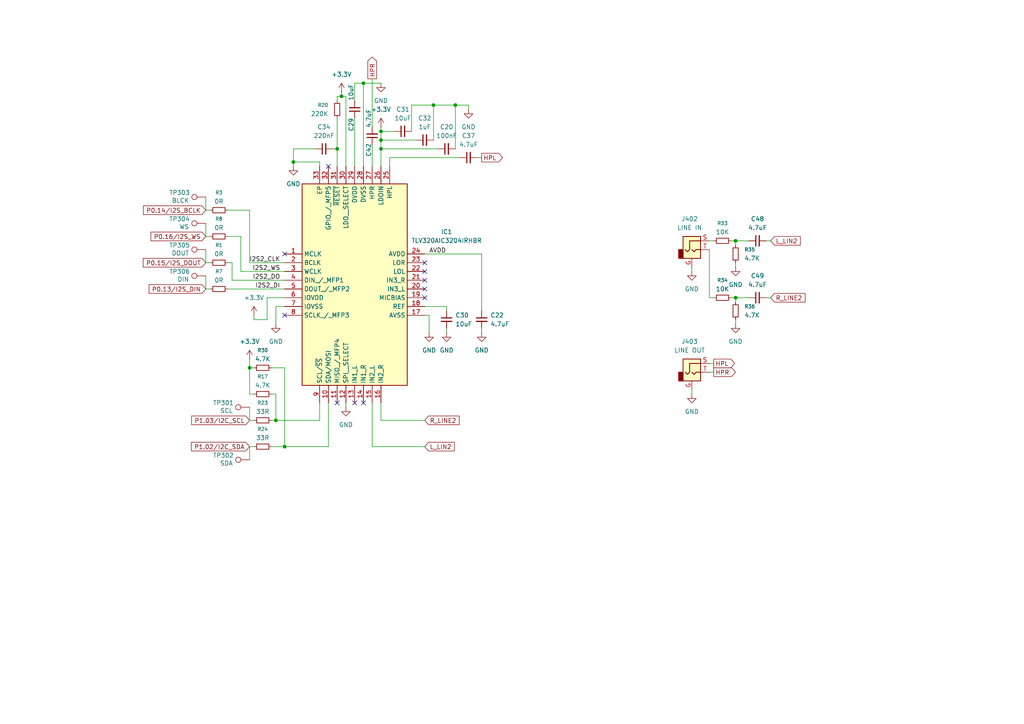
<source format=kicad_sch>
(kicad_sch (version 20250114) (generator "eeschema") (generator_version "9.0")
  (paper "A4")
  (lib_symbols
    (symbol "Connector:TestPoint" (pin_numbers (hide yes)) (pin_names (offset 0.762) (hide yes))
      (property "Reference" "TP" (at 0 6.858 0))
      (property "Value" "TestPoint" (at 0 5.08 0))
      (symbol "TestPoint_0_1"
        (circle (center 0 3.302) (radius 0.762))
      )
      (symbol "TestPoint_1_1"
        (pin passive line (at 0 0 90) (length 2.54) (name "1") (number "1"))
      )
    )
    (symbol "Connector_Audio:AudioJack2_Ground"
      (property "Reference" "J" (at 0 8.89 0))
      (property "Value" "AudioJack2_Ground" (at 0 6.35 0))
      (symbol "AudioJack2_Ground_0_1"
        (rectangle (start -2.54 -2.54) (end -3.81 0) (stroke (width 0.254)) (fill (type outline)))
        (polyline (pts (xy 0 0) (xy 0.635 -0.635) (xy 1.27 0) (xy 2.54 0)) (stroke (width 0.254)))
        (rectangle (start 2.54 3.81) (end -2.54 -2.54) (stroke (width 0.254)) (fill (type background)))
        (polyline (pts (xy 2.54 2.54) (xy -0.635 2.54) (xy -0.635 0) (xy -1.27 -0.635) (xy -1.905 0)) (stroke (width 0.254)))
      )
      (symbol "AudioJack2_Ground_1_1"
        (pin passive line (at 0 -5.08 90) (length 2.54) (name "~") (number "G"))
        (pin passive line (at 5.08 2.54 180) (length 2.54) (name "~") (number "S"))
        (pin passive line (at 5.08 0 180) (length 2.54) (name "~") (number "T"))
      )
    )
    (symbol "Device:C_Small" (pin_numbers (hide yes)) (pin_names (offset 0.254) (hide yes))
      (property "Reference" "C" (at 0.254 1.778 0))
      (property "Value" "C_Small" (at 0.254 -2.032 0))
      (symbol "C_Small_0_1"
        (polyline (pts (xy -1.524 0.508) (xy 1.524 0.508)) (stroke (width 0.3048)))
        (polyline (pts (xy -1.524 -0.508) (xy 1.524 -0.508)) (stroke (width 0.3302)))
      )
      (symbol "C_Small_1_1"
        (pin passive line (at 0 2.54 270) (length 2.032) (name "~") (number "1"))
        (pin passive line (at 0 -2.54 90) (length 2.032) (name "~") (number "2"))
      )
    )
    (symbol "Device:R_Small" (pin_numbers (hide yes)) (pin_names (offset 0.254) (hide yes))
      (property "Reference" "R" (at 0 0 90))
      (property "Value" "R_Small" (at 1.778 0 90))
      (symbol "R_Small_0_1"
        (rectangle (start -0.762 1.778) (end 0.762 -1.778) (stroke (width 0.2032)))
      )
      (symbol "R_Small_1_1"
        (pin passive line (at 0 2.54 270) (length 0.762) (name "~") (number "1"))
        (pin passive line (at 0 -2.54 90) (length 0.762) (name "~") (number "2"))
      )
    )
    (symbol "TLV320AIC3204IRHBR:TLV320AIC3204IRHBR"
      (property "Reference" "IC" (at 36.83 25.4 0))
      (property "Value" "TLV320AIC3204IRHBR" (at 36.83 22.86 0))
      (symbol "TLV320AIC3204IRHBR_1_1"
        (rectangle (start 5.08 20.32) (end 35.56 -38.1) (stroke (width 0.254)) (fill (type background)))
        (pin passive line (at 0 0 0) (length 5.08) (name "MCLK") (number "1"))
        (pin passive line (at 0 -2.54 0) (length 5.08) (name "BCLK") (number "2"))
        (pin passive line (at 0 -5.08 0) (length 5.08) (name "WCLK") (number "3"))
        (pin passive line (at 0 -7.62 0) (length 5.08) (name "DIN_/_MFP1") (number "4"))
        (pin passive line (at 0 -10.16 0) (length 5.08) (name "DOUT_/_MFP2") (number "5"))
        (pin passive line (at 0 -12.7 0) (length 5.08) (name "IOVDD") (number "6"))
        (pin passive line (at 0 -15.24 0) (length 5.08) (name "IOVSS") (number "7"))
        (pin passive line (at 0 -17.78 0) (length 5.08) (name "SCLK_/_MFP3") (number "8"))
        (pin passive line (at 10.16 25.4 270) (length 5.08) (name "EP") (number "33"))
        (pin passive line (at 10.16 -43.18 90) (length 5.08) (name "SCL/~{SS}") (number "9"))
        (pin passive line (at 12.7 25.4 270) (length 5.08) (name "GPIO_/_MFP5") (number "32"))
        (pin passive line (at 12.7 -43.18 90) (length 5.08) (name "SDA/MOSI") (number "10"))
        (pin passive line (at 15.24 25.4 270) (length 5.08) (name "~{RESET}") (number "31"))
        (pin passive line (at 15.24 -43.18 90) (length 5.08) (name "MISO_/_MFP4") (number "11"))
        (pin passive line (at 17.78 25.4 270) (length 5.08) (name "LDO__SELECT") (number "30"))
        (pin passive line (at 17.78 -43.18 90) (length 5.08) (name "SPI__SELECT") (number "12"))
        (pin passive line (at 20.32 25.4 270) (length 5.08) (name "DVDD") (number "29"))
        (pin passive line (at 20.32 -43.18 90) (length 5.08) (name "IN1_L") (number "13"))
        (pin passive line (at 22.86 25.4 270) (length 5.08) (name "DVSS") (number "28"))
        (pin passive line (at 22.86 -43.18 90) (length 5.08) (name "IN1_R") (number "14"))
        (pin passive line (at 25.4 25.4 270) (length 5.08) (name "HPR") (number "27"))
        (pin passive line (at 25.4 -43.18 90) (length 5.08) (name "IN2_L") (number "15"))
        (pin passive line (at 27.94 25.4 270) (length 5.08) (name "LDOIN") (number "26"))
        (pin passive line (at 27.94 -43.18 90) (length 5.08) (name "IN2_R") (number "16"))
        (pin passive line (at 30.48 25.4 270) (length 5.08) (name "HPL") (number "25"))
        (pin passive line (at 40.64 0 180) (length 5.08) (name "AVDD") (number "24"))
        (pin passive line (at 40.64 -2.54 180) (length 5.08) (name "LOR") (number "23"))
        (pin passive line (at 40.64 -5.08 180) (length 5.08) (name "LOL") (number "22"))
        (pin passive line (at 40.64 -7.62 180) (length 5.08) (name "IN3_R") (number "21"))
        (pin passive line (at 40.64 -10.16 180) (length 5.08) (name "IN3_L") (number "20"))
        (pin passive line (at 40.64 -12.7 180) (length 5.08) (name "MICBIAS") (number "19"))
        (pin passive line (at 40.64 -15.24 180) (length 5.08) (name "REF") (number "18"))
        (pin passive line (at 40.64 -17.78 180) (length 5.08) (name "AVSS") (number "17"))
      )
    )
    (symbol "power:+3.3V" (power) (pin_numbers (hide yes)) (pin_names (offset 0) (hide yes))
      (property "Value" "+3.3V" (at 0 3.556 0))
      (symbol "+3.3V_0_1"
        (polyline (pts (xy -0.762 1.27) (xy 0 2.54)))
        (polyline (pts (xy 0 2.54) (xy 0.762 1.27)))
        (polyline (pts (xy 0 0) (xy 0 2.54)))
      )
      (symbol "+3.3V_1_1"
        (pin power_in line (at 0 0 90) (length 0) (name "~") (number "1"))
      )
    )
    (symbol "power:GND" (power) (pin_numbers (hide yes)) (pin_names (offset 0) (hide yes))
      (property "Value" "GND" (at 0 -3.81 0))
      (symbol "GND_0_1"
        (polyline (pts (xy 0 0) (xy 0 -1.27) (xy 1.27 -1.27) (xy 0 -2.54) (xy -1.27 -1.27) (xy 0 -1.27)))
      )
      (symbol "GND_1_1"
        (pin power_in line (at 0 0 270) (length 0) (name "~") (number "1"))
      )
    )
  )
  (junction (at 105.41 24.13))
  (junction (at 99.06 27.94))
  (junction (at 110.49 38.1))
  (junction (at 85.09 46.99))
  (junction (at 80.01 121.92))
  (junction (at 213.36 69.85))
  (junction (at 125.73 30.48))
  (junction (at 110.49 40.64))
  (junction (at 97.79 43.18))
  (junction (at 110.49 43.18))
  (junction (at 72.39 106.68))
  (junction (at 82.55 129.54))
  (junction (at 213.36 86.36))
  (junction (at 132.08 30.48))
  (no_connect (at 123.19 78.74))
  (no_connect (at 102.87 116.84))
  (no_connect (at 82.55 91.44))
  (no_connect (at 123.19 86.36))
  (no_connect (at 82.55 73.66))
  (no_connect (at 123.19 76.2))
  (no_connect (at 95.25 48.26))
  (no_connect (at 123.19 81.28))
  (no_connect (at 97.79 116.84))
  (no_connect (at 123.19 83.82))
  (no_connect (at 105.41 116.84))
  (wire (pts (xy 132.08 30.48) (xy 135.89 30.48)))
  (wire (pts (xy 102.87 34.29) (xy 102.87 48.26)))
  (wire (pts (xy 100.33 27.94) (xy 99.06 27.94)))
  (wire (pts (xy 73.66 92.71) (xy 77.47 92.71)))
  (wire (pts (xy 222.25 86.36) (xy 223.52 86.36)))
  (wire (pts (xy 105.41 24.13) (xy 110.49 24.13)))
  (wire (pts (xy 69.85 78.74) (xy 82.55 78.74)))
  (wire (pts (xy 66.04 60.96) (xy 72.39 60.96)))
  (wire (pts (xy 91.44 43.18) (xy 85.09 43.18)))
  (wire (pts (xy 102.87 29.21) (xy 102.87 24.13)))
  (wire (pts (xy 113.03 45.72) (xy 113.03 48.26)))
  (wire (pts (xy 72.39 114.3) (xy 73.66 114.3)))
  (wire (pts (xy 129.54 95.25) (xy 129.54 96.52)))
  (wire (pts (xy 100.33 116.84) (xy 100.33 118.11)))
  (wire (pts (xy 59.69 68.58) (xy 60.96 68.58)))
  (wire (pts (xy 66.04 76.2) (xy 67.31 76.2)))
  (wire (pts (xy 66.04 68.58) (xy 69.85 68.58)))
  (wire (pts (xy 100.33 48.26) (xy 100.33 27.94)))
  (wire (pts (xy 92.71 46.99) (xy 85.09 46.99)))
  (wire (pts (xy 213.36 76.2) (xy 213.36 77.47)))
  (wire (pts (xy 66.04 83.82) (xy 82.55 83.82)))
  (wire (pts (xy 59.69 64.77) (xy 59.69 68.58)))
  (wire (pts (xy 110.49 40.64) (xy 120.65 40.64)))
  (wire (pts (xy 213.36 92.71) (xy 213.36 93.98)))
  (wire (pts (xy 73.66 91.44) (xy 73.66 92.71)))
  (wire (pts (xy 133.35 45.72) (xy 113.03 45.72)))
  (wire (pts (xy 92.71 48.26) (xy 92.71 46.99)))
  (wire (pts (xy 213.36 86.36) (xy 212.09 86.36)))
  (wire (pts (xy 124.46 91.44) (xy 124.46 96.52)))
  (wire (pts (xy 205.74 69.85) (xy 207.01 69.85)))
  (wire (pts (xy 92.71 121.92) (xy 80.01 121.92)))
  (wire (pts (xy 107.95 22.86) (xy 107.95 36.83)))
  (wire (pts (xy 78.74 106.68) (xy 82.55 106.68)))
  (wire (pts (xy 59.69 80.01) (xy 59.69 83.82)))
  (wire (pts (xy 97.79 48.26) (xy 97.79 43.18)))
  (wire (pts (xy 82.55 106.68) (xy 82.55 129.54)))
  (wire (pts (xy 125.73 30.48) (xy 125.73 40.64)))
  (wire (pts (xy 123.19 73.66) (xy 139.7 73.66)))
  (wire (pts (xy 200.66 77.47) (xy 200.66 78.74)))
  (wire (pts (xy 92.71 116.84) (xy 92.71 121.92)))
  (wire (pts (xy 77.47 86.36) (xy 77.47 92.71)))
  (wire (pts (xy 80.01 88.9) (xy 80.01 93.98)))
  (wire (pts (xy 119.38 30.48) (xy 125.73 30.48)))
  (wire (pts (xy 123.19 129.54) (xy 107.95 129.54)))
  (wire (pts (xy 125.73 30.48) (xy 132.08 30.48)))
  (wire (pts (xy 110.49 36.83) (xy 110.49 38.1)))
  (wire (pts (xy 123.19 88.9) (xy 129.54 88.9)))
  (wire (pts (xy 99.06 27.94) (xy 97.79 27.94)))
  (wire (pts (xy 99.06 26.67) (xy 99.06 27.94)))
  (wire (pts (xy 110.49 43.18) (xy 127 43.18)))
  (wire (pts (xy 82.55 88.9) (xy 80.01 88.9)))
  (wire (pts (xy 82.55 129.54) (xy 78.74 129.54)))
  (wire (pts (xy 213.36 87.63) (xy 213.36 86.36)))
  (wire (pts (xy 59.69 60.96) (xy 60.96 60.96)))
  (wire (pts (xy 95.25 116.84) (xy 95.25 129.54)))
  (wire (pts (xy 72.39 121.92) (xy 73.66 121.92)))
  (wire (pts (xy 123.19 91.44) (xy 124.46 91.44)))
  (wire (pts (xy 110.49 38.1) (xy 114.3 38.1)))
  (wire (pts (xy 213.36 86.36) (xy 217.17 86.36)))
  (wire (pts (xy 205.74 72.39) (xy 205.74 86.36)))
  (wire (pts (xy 72.39 129.54) (xy 72.39 133.35)))
  (wire (pts (xy 59.69 72.39) (xy 59.69 76.2)))
  (wire (pts (xy 213.36 69.85) (xy 217.17 69.85)))
  (wire (pts (xy 59.69 83.82) (xy 60.96 83.82)))
  (wire (pts (xy 97.79 43.18) (xy 96.52 43.18)))
  (wire (pts (xy 85.09 46.99) (xy 85.09 48.26)))
  (wire (pts (xy 85.09 43.18) (xy 85.09 46.99)))
  (wire (pts (xy 97.79 34.29) (xy 97.79 43.18)))
  (wire (pts (xy 123.19 121.92) (xy 110.49 121.92)))
  (wire (pts (xy 80.01 121.92) (xy 78.74 121.92)))
  (wire (pts (xy 67.31 76.2) (xy 67.31 81.28)))
  (wire (pts (xy 80.01 114.3) (xy 80.01 121.92)))
  (wire (pts (xy 205.74 107.95) (xy 207.01 107.95)))
  (wire (pts (xy 139.7 95.25) (xy 139.7 96.52)))
  (wire (pts (xy 205.74 86.36) (xy 207.01 86.36)))
  (wire (pts (xy 72.39 106.68) (xy 73.66 106.68)))
  (wire (pts (xy 59.69 57.15) (xy 59.69 60.96)))
  (wire (pts (xy 110.49 38.1) (xy 110.49 40.64)))
  (wire (pts (xy 132.08 30.48) (xy 132.08 43.18)))
  (wire (pts (xy 138.43 45.72) (xy 139.7 45.72)))
  (wire (pts (xy 72.39 118.11) (xy 72.39 121.92)))
  (wire (pts (xy 222.25 69.85) (xy 223.52 69.85)))
  (wire (pts (xy 213.36 69.85) (xy 213.36 71.12)))
  (wire (pts (xy 67.31 81.28) (xy 82.55 81.28)))
  (wire (pts (xy 139.7 73.66) (xy 139.7 90.17)))
  (wire (pts (xy 72.39 60.96) (xy 72.39 76.2)))
  (wire (pts (xy 59.69 76.2) (xy 60.96 76.2)))
  (wire (pts (xy 110.49 121.92) (xy 110.49 116.84)))
  (wire (pts (xy 105.41 24.13) (xy 105.41 48.26)))
  (wire (pts (xy 78.74 114.3) (xy 80.01 114.3)))
  (wire (pts (xy 135.89 30.48) (xy 135.89 31.75)))
  (wire (pts (xy 110.49 40.64) (xy 110.49 43.18)))
  (wire (pts (xy 72.39 106.68) (xy 72.39 114.3)))
  (wire (pts (xy 72.39 76.2) (xy 82.55 76.2)))
  (wire (pts (xy 77.47 86.36) (xy 82.55 86.36)))
  (wire (pts (xy 107.95 129.54) (xy 107.95 116.84)))
  (wire (pts (xy 200.66 113.03) (xy 200.66 114.3)))
  (wire (pts (xy 72.39 129.54) (xy 73.66 129.54)))
  (wire (pts (xy 119.38 38.1) (xy 119.38 30.48)))
  (wire (pts (xy 110.49 43.18) (xy 110.49 48.26)))
  (wire (pts (xy 212.09 69.85) (xy 213.36 69.85)))
  (wire (pts (xy 97.79 27.94) (xy 97.79 29.21)))
  (wire (pts (xy 69.85 68.58) (xy 69.85 78.74)))
  (wire (pts (xy 205.74 105.41) (xy 207.01 105.41)))
  (wire (pts (xy 72.39 104.14) (xy 72.39 106.68)))
  (wire (pts (xy 95.25 129.54) (xy 82.55 129.54)))
  (wire (pts (xy 107.95 41.91) (xy 107.95 48.26)))
  (wire (pts (xy 102.87 24.13) (xy 105.41 24.13)))
  (wire (pts (xy 129.54 88.9) (xy 129.54 90.17)))
  (label "I2S2_WS" (at 81.28 78.74 180))
  (label "I2S2_CLK" (at 81.28 76.2 180))
  (label "AVDD" (at 124.46 73.66 0))
  (label "I2S2_DI" (at 81.28 83.82 180))
  (label "I2S2_DO" (at 81.28 81.28 180))
  (global_label "P1.02{slash}I2C_SDA" (shape input) (at 72.39 129.54 180) (property "Intersheetrefs" "${INTERSHEET_REFS}" (effects (hide yes))))
  (global_label "P1.03{slash}I2C_SCL" (shape input) (at 72.39 121.92 180) (property "Intersheetrefs" "${INTERSHEET_REFS}" (effects (hide yes))))
  (global_label "R_LINE2" (shape input) (at 223.52 86.36 0) (property "Intersheetrefs" "${INTERSHEET_REFS}" (effects (hide yes))))
  (global_label "L_LIN2" (shape input) (at 223.52 69.85 0) (property "Intersheetrefs" "${INTERSHEET_REFS}" (effects (hide yes))))
  (global_label "HPR" (shape output) (at 107.95 22.86 90) (property "Intersheetrefs" "${INTERSHEET_REFS}" (effects (hide yes))))
  (global_label "L_LIN2" (shape input) (at 123.19 129.54 0) (property "Intersheetrefs" "${INTERSHEET_REFS}" (effects (hide yes))))
  (global_label "P0.14{slash}I2S_BCLK" (shape input) (at 59.69 60.96 180) (property "Intersheetrefs" "${INTERSHEET_REFS}" (effects (hide yes))))
  (global_label "P0.13{slash}I2S_DIN" (shape input) (at 59.69 83.82 180) (property "Intersheetrefs" "${INTERSHEET_REFS}" (effects (hide yes))))
  (global_label "R_LINE2" (shape input) (at 123.19 121.92 0) (property "Intersheetrefs" "${INTERSHEET_REFS}" (effects (hide yes))))
  (global_label "HPL" (shape output) (at 139.7 45.72 0) (property "Intersheetrefs" "${INTERSHEET_REFS}" (effects (hide yes))))
  (global_label "P0.15{slash}I2S_DOUT" (shape input) (at 59.69 76.2 180) (property "Intersheetrefs" "${INTERSHEET_REFS}" (effects (hide yes))))
  (global_label "HPL" (shape output) (at 207.01 105.41 0) (property "Intersheetrefs" "${INTERSHEET_REFS}" (effects (hide yes))))
  (global_label "HPR" (shape output) (at 207.01 107.95 0) (property "Intersheetrefs" "${INTERSHEET_REFS}" (effects (hide yes))))
  (global_label "P0.16{slash}I2S_WS" (shape input) (at 59.69 68.58 180) (property "Intersheetrefs" "${INTERSHEET_REFS}" (effects (hide yes))))
  (symbol (lib_id "Device:R_Small") (at 76.2 129.54 90) (unit 1)
    (property "Reference" "R24" (at 76.2 124.46 90) (effects (font (size 1.016 1.016))))
    (property "Value" "33R" (at 76.2 127 90))
    (property "Footprint" "Resistor_SMD:R_0603_1608Metric_Pad0.98x0.95mm_HandSolder" (effects (hide yes)))
    (property "Description" "Resistor, small symbol" (effects (hide yes)))
  )
  (symbol (lib_id "Device:C_Small") (at 93.98 43.18 90) (unit 1)
    (property "Reference" "C34" (at 93.9863 36.83 90))
    (property "Value" "220nF" (at 93.9863 39.37 90))
    (property "Footprint" "Capacitor_SMD:C_0603_1608Metric_Pad1.08x0.95mm_HandSolder" (effects (hide yes)))
    (property "Description" "Unpolarized capacitor, small symbol" (effects (hide yes)))
  )
  (symbol (lib_id "power:GND") (at 85.09 48.26 0) (unit 1)
    (property "Reference" "#PWR08" (effects (hide yes)))
    (property "Value" "GND" (at 85.09 53.34 0))
    (property "Description" "Power symbol creates a global label with name \"GND\" , ground" (effects (hide yes)))
  )
  (symbol (lib_id "Device:R_Small") (at 63.5 83.82 90) (unit 1)
    (property "Reference" "R7" (at 63.5 78.74 90) (effects (font (size 1.016 1.016))))
    (property "Value" "0R" (at 63.5 81.28 90))
    (property "Footprint" "Resistor_SMD:R_0603_1608Metric_Pad0.98x0.95mm_HandSolder" (effects (hide yes)))
    (property "Description" "Resistor, small symbol" (effects (hide yes)))
  )
  (symbol (lib_id "Connector:TestPoint") (at 59.69 64.77 90) (unit 1)
    (property "Reference" "TP304" (at 55.118 63.5 90) (effects (justify left)))
    (property "Value" "WS" (at 54.864 65.786 90) (effects (justify left)))
    (property "Footprint" "TestPoint:TestPoint_THTPad_1.0x1.0mm_Drill0.5mm" (effects (hide yes)))
    (property "Description" "test point" (effects (hide yes)))
  )
  (symbol (lib_id "Device:R_Small") (at 63.5 60.96 90) (unit 1)
    (property "Reference" "R3" (at 63.5 55.88 90) (effects (font (size 1.016 1.016))))
    (property "Value" "0R" (at 63.5 58.42 90))
    (property "Footprint" "Resistor_SMD:R_0603_1608Metric_Pad0.98x0.95mm_HandSolder" (effects (hide yes)))
    (property "Description" "Resistor, small symbol" (effects (hide yes)))
  )
  (symbol (lib_id "power:+3.3V") (at 72.39 104.14 0) (unit 1)
    (property "Reference" "#PWR0222" (effects (hide yes)))
    (property "Value" "+3.3V" (at 72.39 99.06 0))
    (property "Description" "Power symbol creates a global label with name \"+3.3V\"" (effects (hide yes)))
  )
  (symbol (lib_id "Connector:TestPoint") (at 59.69 80.01 90) (unit 1)
    (property "Reference" "TP306" (at 55.118 78.74 90) (effects (justify left)))
    (property "Value" "DIN" (at 54.864 81.026 90) (effects (justify left)))
    (property "Footprint" "TestPoint:TestPoint_THTPad_1.0x1.0mm_Drill0.5mm" (effects (hide yes)))
    (property "Description" "test point" (effects (hide yes)))
  )
  (symbol (lib_id "Device:R_Small") (at 63.5 68.58 90) (unit 1)
    (property "Reference" "R8" (at 63.5 63.5 90) (effects (font (size 1.016 1.016))))
    (property "Value" "0R" (at 63.5 66.04 90))
    (property "Footprint" "Resistor_SMD:R_0603_1608Metric_Pad0.98x0.95mm_HandSolder" (effects (hide yes)))
    (property "Description" "Resistor, small symbol" (effects (hide yes)))
  )
  (symbol (lib_id "Device:C_Small") (at 107.95 39.37 180) (unit 1)
    (property "Reference" "C42" (at 106.934 45.466 90) (effects (justify right)))
    (property "Value" "4.7uF" (at 106.934 37.084 90) (effects (justify right)))
    (property "Footprint" "Capacitor_SMD:C_0603_1608Metric_Pad1.08x0.95mm_HandSolder" (effects (hide yes)))
    (property "Description" "Unpolarized capacitor, small symbol" (effects (hide yes)))
  )
  (symbol (lib_id "power:GND") (at 139.7 96.52 0) (unit 1)
    (property "Reference" "#PWR07" (effects (hide yes)))
    (property "Value" "GND" (at 139.7 101.6 0))
    (property "Description" "Power symbol creates a global label with name \"GND\" , ground" (effects (hide yes)))
  )
  (symbol (lib_id "Device:C_Small") (at 139.7 92.71 0) (unit 1)
    (property "Reference" "C22" (at 142.24 91.4462 0) (effects (justify left)))
    (property "Value" "4.7uF" (at 142.24 93.9862 0) (effects (justify left)))
    (property "Footprint" "Capacitor_SMD:C_0603_1608Metric_Pad1.08x0.95mm_HandSolder" (effects (hide yes)))
    (property "Description" "Unpolarized capacitor, small symbol" (effects (hide yes)))
  )
  (symbol (lib_id "Connector_Audio:AudioJack2_Ground") (at 200.66 72.39 0) (unit 1)
    (property "Reference" "J402" (at 200.025 63.5 0))
    (property "Value" "LINE IN" (at 200.025 66.04 0))
    (property "Footprint" "XKB_PJ-3200:XKB_PJ-3200" (effects (hide yes)))
    (property "Description" "Audio Jack, 2 Poles (Mono / TS), Grounded Sleeve" (effects (hide yes)))
  )
  (symbol (lib_id "Device:R_Small") (at 63.5 76.2 90) (unit 1)
    (property "Reference" "R1" (at 63.5 71.12 90) (effects (font (size 1.016 1.016))))
    (property "Value" "0R" (at 63.5 73.66 90))
    (property "Footprint" "Resistor_SMD:R_0603_1608Metric_Pad0.98x0.95mm_HandSolder" (effects (hide yes)))
    (property "Description" "Resistor, small symbol" (effects (hide yes)))
  )
  (symbol (lib_id "Device:R_Small") (at 213.36 90.17 0) (unit 1)
    (property "Reference" "R36" (at 215.9 88.8999 0) (effects (font (size 1.016 1.016)) (justify left)))
    (property "Value" "4.7K" (at 215.9 91.4399 0) (effects (justify left)))
    (property "Footprint" "Resistor_SMD:R_0603_1608Metric_Pad0.98x0.95mm_HandSolder" (effects (hide yes)))
    (property "Description" "Resistor, small symbol" (effects (hide yes)))
  )
  (symbol (lib_id "Device:C_Small") (at 116.84 38.1 90) (unit 1)
    (property "Reference" "C31" (at 116.8463 31.75 90))
    (property "Value" "10uF" (at 116.8463 34.29 90))
    (property "Footprint" "Capacitor_SMD:C_0603_1608Metric_Pad1.08x0.95mm_HandSolder" (effects (hide yes)))
    (property "Description" "Unpolarized capacitor, small symbol" (effects (hide yes)))
  )
  (symbol (lib_id "Device:R_Small") (at 76.2 106.68 90) (unit 1)
    (property "Reference" "R30" (at 76.2 101.6 90) (effects (font (size 1.016 1.016))))
    (property "Value" "4.7K" (at 76.2 104.14 90))
    (property "Footprint" "Resistor_SMD:R_0603_1608Metric_Pad0.98x0.95mm_HandSolder" (effects (hide yes)))
    (property "Description" "Resistor, small symbol" (effects (hide yes)))
  )
  (symbol (lib_id "Device:C_Small") (at 135.89 45.72 90) (unit 1)
    (property "Reference" "C37" (at 135.8963 39.37 90))
    (property "Value" "4.7uF" (at 135.8963 41.91 90))
    (property "Footprint" "Capacitor_SMD:C_0603_1608Metric_Pad1.08x0.95mm_HandSolder" (effects (hide yes)))
    (property "Description" "Unpolarized capacitor, small symbol" (effects (hide yes)))
  )
  (symbol (lib_id "power:+3.3V") (at 110.49 36.83 0) (unit 1)
    (property "Reference" "#PWR0224" (effects (hide yes)))
    (property "Value" "+3.3V" (at 110.49 31.75 0))
    (property "Description" "Power symbol creates a global label with name \"+3.3V\"" (effects (hide yes)))
  )
  (symbol (lib_id "power:GND") (at 213.36 93.98 0) (unit 1)
    (property "Reference" "#PWR0413" (effects (hide yes)))
    (property "Value" "GND" (at 213.36 99.06 0))
    (property "Description" "Power symbol creates a global label with name \"GND\" , ground" (effects (hide yes)))
  )
  (symbol (lib_id "power:GND") (at 100.33 118.11 0) (unit 1)
    (property "Reference" "#PWR03" (effects (hide yes)))
    (property "Value" "GND" (at 100.33 123.19 0))
    (property "Description" "Power symbol creates a global label with name \"GND\" , ground" (effects (hide yes)))
  )
  (symbol (lib_id "Device:C_Small") (at 129.54 43.18 90) (unit 1)
    (property "Reference" "C20" (at 129.5463 36.83 90))
    (property "Value" "100nF" (at 129.5463 39.37 90))
    (property "Footprint" "Capacitor_SMD:C_0603_1608Metric_Pad1.08x0.95mm_HandSolder" (effects (hide yes)))
    (property "Description" "Unpolarized capacitor, small symbol" (effects (hide yes)))
  )
  (symbol (lib_id "power:+3.3V") (at 73.66 91.44 0) (unit 1)
    (property "Reference" "#PWR0221" (effects (hide yes)))
    (property "Value" "+3.3V" (at 73.66 86.36 0))
    (property "Description" "Power symbol creates a global label with name \"+3.3V\"" (effects (hide yes)))
  )
  (symbol (lib_id "Device:C_Small") (at 129.54 92.71 0) (unit 1)
    (property "Reference" "C30" (at 132.08 91.4462 0) (effects (justify left)))
    (property "Value" "10uF" (at 132.08 93.9862 0) (effects (justify left)))
    (property "Footprint" "Capacitor_SMD:C_0603_1608Metric_Pad1.08x0.95mm_HandSolder" (effects (hide yes)))
    (property "Description" "Unpolarized capacitor, small symbol" (effects (hide yes)))
  )
  (symbol (lib_id "Connector_Audio:AudioJack2_Ground") (at 200.66 107.95 0) (unit 1)
    (property "Reference" "J403" (at 200.025 99.06 0))
    (property "Value" "LINE OUT" (at 200.025 101.6 0))
    (property "Footprint" "XKB_PJ-3200:XKB_PJ-3200" (effects (hide yes)))
    (property "Description" "Audio Jack, 2 Poles (Mono / TS), Grounded Sleeve" (effects (hide yes)))
  )
  (symbol (lib_id "Device:C_Small") (at 219.71 69.85 90) (unit 1)
    (property "Reference" "C48" (at 219.7163 63.5 90))
    (property "Value" "4.7uF" (at 219.7163 66.04 90))
    (property "Footprint" "Capacitor_SMD:C_0603_1608Metric_Pad1.08x0.95mm_HandSolder" (effects (hide yes)))
    (property "Description" "Unpolarized capacitor, small symbol" (effects (hide yes)))
  )
  (symbol (lib_id "power:+3.3V") (at 99.06 26.67 0) (unit 1)
    (property "Reference" "#PWR0223" (effects (hide yes)))
    (property "Value" "+3.3V" (at 99.06 21.59 0))
    (property "Description" "Power symbol creates a global label with name \"+3.3V\"" (effects (hide yes)))
  )
  (symbol (lib_id "Device:R_Small") (at 209.55 86.36 270) (unit 1)
    (property "Reference" "R34" (at 209.55 81.28 90) (effects (font (size 1.016 1.016))))
    (property "Value" "10K" (at 209.55 83.82 90))
    (property "Footprint" "Resistor_SMD:R_0603_1608Metric_Pad0.98x0.95mm_HandSolder" (effects (hide yes)))
    (property "Description" "Resistor, small symbol" (effects (hide yes)))
  )
  (symbol (lib_id "Device:R_Small") (at 213.36 73.66 0) (unit 1)
    (property "Reference" "R35" (at 215.9 72.3899 0) (effects (font (size 1.016 1.016)) (justify left)))
    (property "Value" "4.7K" (at 215.9 74.9299 0) (effects (justify left)))
    (property "Footprint" "Resistor_SMD:R_0603_1608Metric_Pad0.98x0.95mm_HandSolder" (effects (hide yes)))
    (property "Description" "Resistor, small symbol" (effects (hide yes)))
  )
  (symbol (lib_id "Connector:TestPoint") (at 59.69 72.39 90) (unit 1)
    (property "Reference" "TP305" (at 55.118 71.12 90) (effects (justify left)))
    (property "Value" "DOUT" (at 54.864 73.406 90) (effects (justify left)))
    (property "Footprint" "TestPoint:TestPoint_THTPad_1.0x1.0mm_Drill0.5mm" (effects (hide yes)))
    (property "Description" "test point" (effects (hide yes)))
  )
  (symbol (lib_id "power:GND") (at 213.36 77.47 0) (unit 1)
    (property "Reference" "#PWR0412" (effects (hide yes)))
    (property "Value" "GND" (at 213.36 82.55 0))
    (property "Description" "Power symbol creates a global label with name \"GND\" , ground" (effects (hide yes)))
  )
  (symbol (lib_id "power:GND") (at 129.54 96.52 0) (unit 1)
    (property "Reference" "#PWR06" (effects (hide yes)))
    (property "Value" "GND" (at 129.54 101.6 0))
    (property "Description" "Power symbol creates a global label with name \"GND\" , ground" (effects (hide yes)))
  )
  (symbol (lib_id "TLV320AIC3204IRHBR:TLV320AIC3204IRHBR") (at 82.55 73.66 0) (unit 1)
    (property "Reference" "IC1" (at 129.54 67.2398 0))
    (property "Value" "TLV320AIC3204IRHBR" (at 129.54 69.7798 0))
    (property "Footprint" "TLV320AIC3204IRHBR:QFN50P500X500X100-33N-D" (effects (hide yes)))
    (property "Datasheet" "http://www.ti.com/lit/gpn/tlv320aic3204" (effects (hide yes)))
    (property "Description" "Very-Low-Power Stereo Audio CODEC With PowerTune Technology" (effects (hide yes)))
    (property "Height" "1" (effects (hide yes)))
    (property "Mouser Part Number" "595-V320AIC3204IRHBR" (effects (hide yes)))
    (property "Mouser Price/Stock" "https://www.mouser.co.uk/ProductDetail/Texas-Instruments/TLV320AIC3204IRHBR?qs=QJfls%252B0L4ChDpvXOhuEdtQ%3D%3D" (effects (hide yes)))
    (property "Manufacturer_Name" "Texas Instruments" (effects (hide yes)))
    (property "Manufacturer_Part_Number" "TLV320AIC3204IRHBR" (effects (hide yes)))
  )
  (symbol (lib_id "Device:R_Small") (at 209.55 69.85 270) (unit 1)
    (property "Reference" "R33" (at 209.55 64.77 90) (effects (font (size 1.016 1.016))))
    (property "Value" "10K" (at 209.55 67.31 90))
    (property "Footprint" "Resistor_SMD:R_0603_1608Metric_Pad0.98x0.95mm_HandSolder" (effects (hide yes)))
    (property "Description" "Resistor, small symbol" (effects (hide yes)))
  )
  (symbol (lib_id "power:GND") (at 200.66 78.74 0) (unit 1)
    (property "Reference" "#PWR0415" (effects (hide yes)))
    (property "Value" "GND" (at 200.66 83.82 0))
    (property "Description" "Power symbol creates a global label with name \"GND\" , ground" (effects (hide yes)))
  )
  (symbol (lib_id "Device:R_Small") (at 76.2 114.3 90) (unit 1)
    (property "Reference" "R17" (at 76.2 109.22 90) (effects (font (size 1.016 1.016))))
    (property "Value" "4.7K" (at 76.2 111.76 90))
    (property "Footprint" "Resistor_SMD:R_0603_1608Metric_Pad0.98x0.95mm_HandSolder" (effects (hide yes)))
    (property "Description" "Resistor, small symbol" (effects (hide yes)))
  )
  (symbol (lib_id "Connector:TestPoint") (at 72.39 133.35 90) (unit 1)
    (property "Reference" "TP302" (at 67.818 132.08 90) (effects (justify left)))
    (property "Value" "SDA" (at 67.564 134.366 90) (effects (justify left)))
    (property "Footprint" "TestPoint:TestPoint_THTPad_1.0x1.0mm_Drill0.5mm" (effects (hide yes)))
    (property "Description" "test point" (effects (hide yes)))
  )
  (symbol (lib_id "Device:R_Small") (at 76.2 121.92 90) (unit 1)
    (property "Reference" "R23" (at 76.2 116.84 90) (effects (font (size 1.016 1.016))))
    (property "Value" "33R" (at 76.2 119.38 90))
    (property "Footprint" "Resistor_SMD:R_0603_1608Metric_Pad0.98x0.95mm_HandSolder" (effects (hide yes)))
    (property "Description" "Resistor, small symbol" (effects (hide yes)))
  )
  (symbol (lib_id "power:GND") (at 110.49 24.13 0) (unit 1)
    (property "Reference" "#PWR010" (effects (hide yes)))
    (property "Value" "GND" (at 110.49 29.21 0))
    (property "Description" "Power symbol creates a global label with name \"GND\" , ground" (effects (hide yes)))
  )
  (symbol (lib_id "Device:R_Small") (at 97.79 31.75 0) (mirror x) (unit 1)
    (property "Reference" "R20" (at 95.25 30.4799 0) (effects (font (size 1.016 1.016)) (justify right)))
    (property "Value" "220K" (at 95.25 33.0199 0) (effects (justify right)))
    (property "Footprint" "Resistor_SMD:R_0603_1608Metric_Pad0.98x0.95mm_HandSolder" (effects (hide yes)))
    (property "Description" "Resistor, small symbol" (effects (hide yes)))
  )
  (symbol (lib_id "power:GND") (at 80.01 93.98 0) (unit 1)
    (property "Reference" "#PWR01" (effects (hide yes)))
    (property "Value" "GND" (at 80.01 99.06 0))
    (property "Description" "Power symbol creates a global label with name \"GND\" , ground" (effects (hide yes)))
  )
  (symbol (lib_id "power:GND") (at 200.66 114.3 0) (unit 1)
    (property "Reference" "#PWR0414" (effects (hide yes)))
    (property "Value" "GND" (at 200.66 119.38 0))
    (property "Description" "Power symbol creates a global label with name \"GND\" , ground" (effects (hide yes)))
  )
  (symbol (lib_id "Connector:TestPoint") (at 59.69 57.15 90) (unit 1)
    (property "Reference" "TP303" (at 55.118 55.88 90) (effects (justify left)))
    (property "Value" "BLCK" (at 54.864 58.166 90) (effects (justify left)))
    (property "Footprint" "TestPoint:TestPoint_THTPad_1.0x1.0mm_Drill0.5mm" (effects (hide yes)))
    (property "Description" "test point" (effects (hide yes)))
  )
  (symbol (lib_id "Device:C_Small") (at 219.71 86.36 90) (unit 1)
    (property "Reference" "C49" (at 219.7163 80.01 90))
    (property "Value" "4.7uF" (at 219.7163 82.55 90))
    (property "Footprint" "Capacitor_SMD:C_0603_1608Metric_Pad1.08x0.95mm_HandSolder" (effects (hide yes)))
    (property "Description" "Unpolarized capacitor, small symbol" (effects (hide yes)))
  )
  (symbol (lib_id "Connector:TestPoint") (at 72.39 118.11 90) (unit 1)
    (property "Reference" "TP301" (at 67.818 116.84 90) (effects (justify left)))
    (property "Value" "SCL" (at 67.564 119.126 90) (effects (justify left)))
    (property "Footprint" "TestPoint:TestPoint_THTPad_1.0x1.0mm_Drill0.5mm" (effects (hide yes)))
    (property "Description" "test point" (effects (hide yes)))
  )
  (symbol (lib_id "power:GND") (at 124.46 96.52 0) (unit 1)
    (property "Reference" "#PWR05" (effects (hide yes)))
    (property "Value" "GND" (at 124.46 101.6 0))
    (property "Description" "Power symbol creates a global label with name \"GND\" , ground" (effects (hide yes)))
  )
  (symbol (lib_id "Device:C_Small") (at 123.19 40.64 90) (unit 1)
    (property "Reference" "C32" (at 123.1963 34.29 90))
    (property "Value" "1uF" (at 123.1963 36.83 90))
    (property "Footprint" "Capacitor_SMD:C_0603_1608Metric_Pad1.08x0.95mm_HandSolder" (effects (hide yes)))
    (property "Description" "Unpolarized capacitor, small symbol" (effects (hide yes)))
  )
  (symbol (lib_id "Device:C_Small") (at 102.87 31.75 180) (unit 1)
    (property "Reference" "C29" (at 101.854 38.1 90) (effects (justify right)))
    (property "Value" "10uF" (at 101.854 29.21 90) (effects (justify right)))
    (property "Footprint" "Capacitor_SMD:C_0603_1608Metric_Pad1.08x0.95mm_HandSolder" (effects (hide yes)))
    (property "Description" "Unpolarized capacitor, small symbol" (effects (hide yes)))
  )
  (symbol (lib_id "power:GND") (at 135.89 31.75 0) (unit 1)
    (property "Reference" "#PWR012" (effects (hide yes)))
    (property "Value" "GND" (at 135.89 36.83 0))
    (property "Description" "Power symbol creates a global label with name \"GND\" , ground" (effects (hide yes)))
  )
)
</source>
